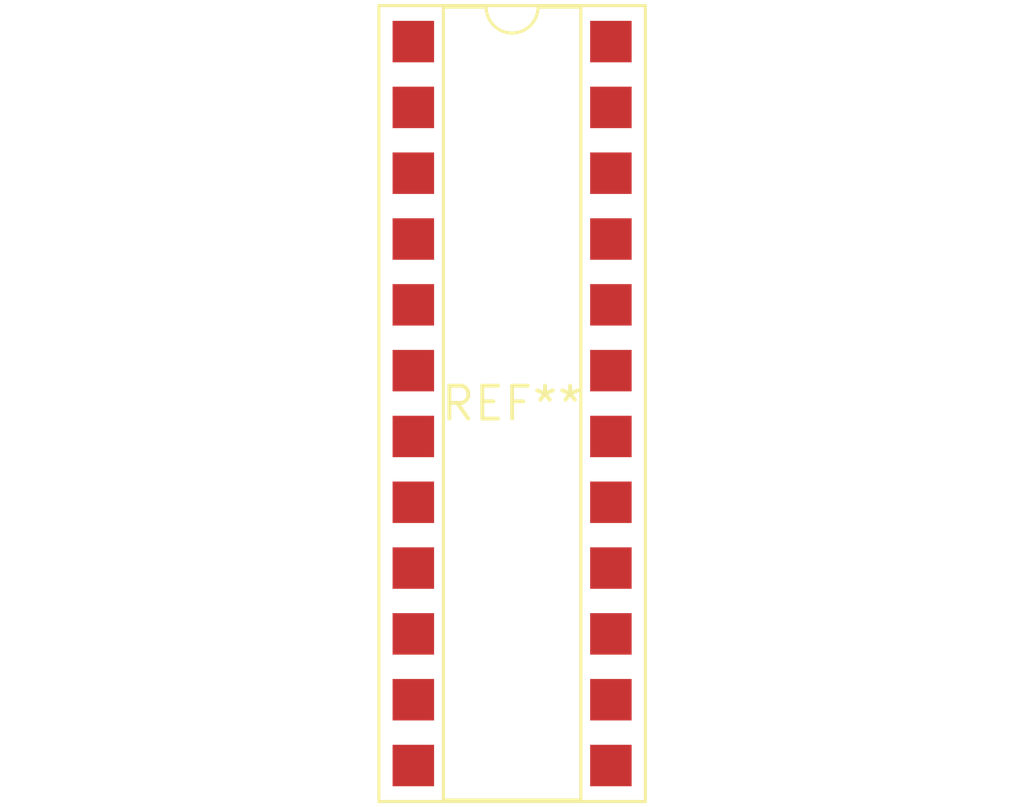
<source format=kicad_pcb>
(kicad_pcb (version 20240108) (generator pcbnew)
  (layers (0 "F.Cu" signal) (31 "B.Cu" signal) (34 "B.Paste" user) (35 "F.Paste" user) (36 "B.SilkS" user "B.Silkscreen") (37 "F.SilkS" user "F.Silkscreen") (38 "B.Mask" user) (39 "F.Mask" user) (44 "Edge.Cuts" user))
  (net 0 "")
  (footprint "DIP-24_W7.62mm_SMDSocket_SmallPads" (layer "F.Cu") (at 0 0)
    (property "Reference" "REF**")
    (property "Value" "DIP-24_W7.62mm_SMDSocket_SmallPads")
    (fp_line (start -5.14 -15.36) (end -5.14 15.36) (layer "F.SilkS") (stroke (width 0.12)))
    (fp_line (start -5.14 15.36) (end 5.14 15.36) (layer "F.SilkS") (stroke (width 0.12)))
    (fp_line (start -2.65 -15.3) (end -2.65 15.3) (layer "F.SilkS") (stroke (width 0.12)))
    (fp_line (start -2.65 15.3) (end 2.65 15.3) (layer "F.SilkS") (stroke (width 0.12)))
    (fp_line (start -1 -15.3) (end -2.65 -15.3) (layer "F.SilkS") (stroke (width 0.12)))
    (fp_line (start 2.65 -15.3) (end 1 -15.3) (layer "F.SilkS") (stroke (width 0.12)))
    (fp_line (start 2.65 15.3) (end 2.65 -15.3) (layer "F.SilkS") (stroke (width 0.12)))
    (fp_line (start 5.14 -15.36) (end -5.14 -15.36) (layer "F.SilkS") (stroke (width 0.12)))
    (fp_line (start 5.14 15.36) (end 5.14 -15.36) (layer "F.SilkS") (stroke (width 0.12)))
    (fp_arc (start 1 -15.3) (mid 0 -14.3) (end -1 -15.3) (layer "F.SilkS") (stroke (width 0.12)))
    (pad "1" smd rect (at -3.81 -13.97) (size 1.6 1.6) (layers "F.Cu" "F.Paste" "F.Mask"))
    (pad "2" smd rect (at -3.81 -11.43) (size 1.6 1.6) (layers "F.Cu" "F.Paste" "F.Mask"))
    (pad "3" smd rect (at -3.81 -8.89) (size 1.6 1.6) (layers "F.Cu" "F.Paste" "F.Mask"))
    (pad "4" smd rect (at -3.81 -6.35) (size 1.6 1.6) (layers "F.Cu" "F.Paste" "F.Mask"))
    (pad "5" smd rect (at -3.81 -3.81) (size 1.6 1.6) (layers "F.Cu" "F.Paste" "F.Mask"))
    (pad "6" smd rect (at -3.81 -1.27) (size 1.6 1.6) (layers "F.Cu" "F.Paste" "F.Mask"))
    (pad "7" smd rect (at -3.81 1.27) (size 1.6 1.6) (layers "F.Cu" "F.Paste" "F.Mask"))
    (pad "8" smd rect (at -3.81 3.81) (size 1.6 1.6) (layers "F.Cu" "F.Paste" "F.Mask"))
    (pad "9" smd rect (at -3.81 6.35) (size 1.6 1.6) (layers "F.Cu" "F.Paste" "F.Mask"))
    (pad "10" smd rect (at -3.81 8.89) (size 1.6 1.6) (layers "F.Cu" "F.Paste" "F.Mask"))
    (pad "11" smd rect (at -3.81 11.43) (size 1.6 1.6) (layers "F.Cu" "F.Paste" "F.Mask"))
    (pad "12" smd rect (at -3.81 13.97) (size 1.6 1.6) (layers "F.Cu" "F.Paste" "F.Mask"))
    (pad "13" smd rect (at 3.81 13.97) (size 1.6 1.6) (layers "F.Cu" "F.Paste" "F.Mask"))
    (pad "14" smd rect (at 3.81 11.43) (size 1.6 1.6) (layers "F.Cu" "F.Paste" "F.Mask"))
    (pad "15" smd rect (at 3.81 8.89) (size 1.6 1.6) (layers "F.Cu" "F.Paste" "F.Mask"))
    (pad "16" smd rect (at 3.81 6.35) (size 1.6 1.6) (layers "F.Cu" "F.Paste" "F.Mask"))
    (pad "17" smd rect (at 3.81 3.81) (size 1.6 1.6) (layers "F.Cu" "F.Paste" "F.Mask"))
    (pad "18" smd rect (at 3.81 1.27) (size 1.6 1.6) (layers "F.Cu" "F.Paste" "F.Mask"))
    (pad "19" smd rect (at 3.81 -1.27) (size 1.6 1.6) (layers "F.Cu" "F.Paste" "F.Mask"))
    (pad "20" smd rect (at 3.81 -3.81) (size 1.6 1.6) (layers "F.Cu" "F.Paste" "F.Mask"))
    (pad "21" smd rect (at 3.81 -6.35) (size 1.6 1.6) (layers "F.Cu" "F.Paste" "F.Mask"))
    (pad "22" smd rect (at 3.81 -8.89) (size 1.6 1.6) (layers "F.Cu" "F.Paste" "F.Mask"))
    (pad "23" smd rect (at 3.81 -11.43) (size 1.6 1.6) (layers "F.Cu" "F.Paste" "F.Mask"))
    (pad "24" smd rect (at 3.81 -13.97) (size 1.6 1.6) (layers "F.Cu" "F.Paste" "F.Mask"))
  )
)
</source>
